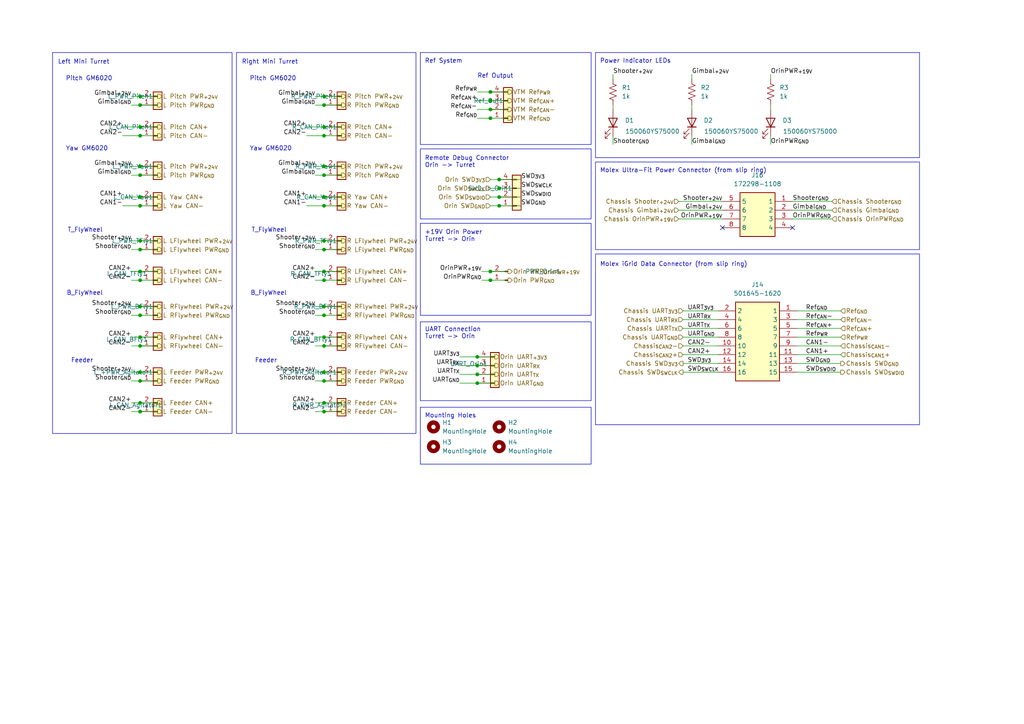
<source format=kicad_sch>
(kicad_sch (version 20250114) (generator "eeschema") (generator_version "9.0")
  (paper "A4")
  (lib_symbols
    (symbol "Connector:Conn_01x02_Pin" (pin_names (offset 1.016) (hide yes))
      (property "Reference" "J" (at 0 2.54 0))
      (property "Value" "Conn_01x02_Pin" (at 0 -5.08 0))
      (symbol "Conn_01x02_Pin_1_1"
        (rectangle (start 0.8636 0.127) (end 0 -0.127) (stroke (width 0.1524)) (fill (type outline)))
        (rectangle (start 0.8636 -2.413) (end 0 -2.667) (stroke (width 0.1524)) (fill (type outline)))
        (polyline (pts (xy 1.27 0) (xy 0.8636 0)) (stroke (width 0.1524)))
        (polyline (pts (xy 1.27 -2.54) (xy 0.8636 -2.54)) (stroke (width 0.1524)))
        (pin passive line (at 5.08 0 180) (length 3.81) (name "Pin_1") (number "1"))
        (pin passive line (at 5.08 -2.54 180) (length 3.81) (name "Pin_2") (number "2"))
      )
    )
    (symbol "Connector_Generic:Conn_01x02" (pin_names (offset 1.016) (hide yes))
      (property "Reference" "J" (at 0 2.54 0))
      (property "Value" "Conn_01x02" (at 0 -5.08 0))
      (symbol "Conn_01x02_1_1"
        (rectangle (start -1.27 1.27) (end 1.27 -3.81) (stroke (width 0.254)) (fill (type background)))
        (rectangle (start -1.27 0.127) (end 0 -0.127) (stroke (width 0.1524)))
        (rectangle (start -1.27 -2.413) (end 0 -2.667) (stroke (width 0.1524)))
        (pin passive line (at -5.08 0 0) (length 3.81) (name "Pin_1") (number "1"))
        (pin passive line (at -5.08 -2.54 0) (length 3.81) (name "Pin_2") (number "2"))
      )
    )
    (symbol "Connector_Generic:Conn_01x04" (pin_names (offset 1.016) (hide yes))
      (property "Reference" "J" (at 0 5.08 0))
      (property "Value" "Conn_01x04" (at 0 -7.62 0))
      (symbol "Conn_01x04_1_1"
        (rectangle (start -1.27 3.81) (end 1.27 -6.35) (stroke (width 0.254)) (fill (type background)))
        (rectangle (start -1.27 2.667) (end 0 2.413) (stroke (width 0.1524)))
        (rectangle (start -1.27 0.127) (end 0 -0.127) (stroke (width 0.1524)))
        (rectangle (start -1.27 -2.413) (end 0 -2.667) (stroke (width 0.1524)))
        (rectangle (start -1.27 -4.953) (end 0 -5.207) (stroke (width 0.1524)))
        (pin passive line (at -5.08 2.54 0) (length 3.81) (name "Pin_1") (number "1"))
        (pin passive line (at -5.08 0 0) (length 3.81) (name "Pin_2") (number "2"))
        (pin passive line (at -5.08 -2.54 0) (length 3.81) (name "Pin_3") (number "3"))
        (pin passive line (at -5.08 -5.08 0) (length 3.81) (name "Pin_4") (number "4"))
      )
    )
    (symbol "Device:LED" (pin_numbers (hide yes)) (pin_names (offset 1.016) (hide yes))
      (property "Reference" "D" (at 0 2.54 0))
      (property "Value" "LED" (at 0 -2.54 0))
      (symbol "LED_0_1"
        (polyline (pts (xy -3.048 -0.762) (xy -4.572 -2.286) (xy -3.81 -2.286) (xy -4.572 -2.286) (xy -4.572 -1.524)))
        (polyline (pts (xy -1.778 -0.762) (xy -3.302 -2.286) (xy -2.54 -2.286) (xy -3.302 -2.286) (xy -3.302 -1.524)))
        (polyline (pts (xy -1.27 0) (xy 1.27 0)))
        (polyline (pts (xy -1.27 -1.27) (xy -1.27 1.27)) (stroke (width 0.254)))
        (polyline (pts (xy 1.27 -1.27) (xy 1.27 1.27) (xy -1.27 0) (xy 1.27 -1.27)) (stroke (width 0.254)))
      )
      (symbol "LED_1_1"
        (pin passive line (at -3.81 0 0) (length 2.54) (name "K") (number "1"))
        (pin passive line (at 3.81 0 180) (length 2.54) (name "A") (number "2"))
      )
    )
    (symbol "Device:R_US" (pin_numbers (hide yes)) (pin_names (offset 0))
      (property "Reference" "R" (at 2.54 0 90))
      (property "Value" "R_US" (at -2.54 0 90))
      (symbol "R_US_0_1"
        (polyline (pts (xy 0 2.286) (xy 0 2.54)))
        (polyline (pts (xy 0 2.286) (xy 1.016 1.905) (xy 0 1.524) (xy -1.016 1.143) (xy 0 0.762)))
        (polyline (pts (xy 0 0.762) (xy 1.016 0.381) (xy 0 0) (xy -1.016 -0.381) (xy 0 -0.762)))
        (polyline (pts (xy 0 -0.762) (xy 1.016 -1.143) (xy 0 -1.524) (xy -1.016 -1.905) (xy 0 -2.286)))
        (polyline (pts (xy 0 -2.286) (xy 0 -2.54)))
      )
      (symbol "R_US_1_1"
        (pin passive line (at 0 3.81 270) (length 1.27) (name "~") (number "1"))
        (pin passive line (at 0 -3.81 90) (length 1.27) (name "~") (number "2"))
      )
    )
    (symbol "Mechanical:MountingHole" (pin_names (offset 1.016))
      (property "Reference" "H" (at 0 5.08 0))
      (property "Value" "MountingHole" (at 0 3.175 0))
      (symbol "MountingHole_0_1"
        (circle (center 0 0) (radius 1.27) (stroke (width 1.27)))
      )
    )
    (symbol "Robomaster_Library:172298-1108"
      (property "Reference" "J" (at 16.51 7.62 0))
      (property "Value" "172298-1108" (at 16.51 5.08 0))
      (symbol "172298-1108_1_1"
        (rectangle (start 5.08 2.54) (end 15.24 -10.16) (stroke (width 0.254)) (fill (type background)))
        (pin passive line (at 0 0 0) (length 5.08) (name "5") (number "5"))
        (pin passive line (at 0 -2.54 0) (length 5.08) (name "6") (number "6"))
        (pin passive line (at 0 -5.08 0) (length 5.08) (name "7") (number "7"))
        (pin passive line (at 0 -7.62 0) (length 5.08) (name "8") (number "8"))
        (pin passive line (at 20.32 0 180) (length 5.08) (name "1") (number "1"))
        (pin passive line (at 20.32 -2.54 180) (length 5.08) (name "2") (number "2"))
        (pin passive line (at 20.32 -5.08 180) (length 5.08) (name "3") (number "3"))
        (pin passive line (at 20.32 -7.62 180) (length 5.08) (name "4") (number "4"))
      )
    )
    (symbol "Robomaster_Library:501645-1620"
      (property "Reference" "J" (at 19.05 7.62 0))
      (property "Value" "501645-1620" (at 19.05 5.08 0))
      (symbol "501645-1620_1_1"
        (rectangle (start 5.08 2.54) (end 17.78 -20.32) (stroke (width 0.254)) (fill (type background)))
        (pin passive line (at 0 0 0) (length 5.08) (name "2") (number "2"))
        (pin passive line (at 0 -2.54 0) (length 5.08) (name "4") (number "4"))
        (pin passive line (at 0 -5.08 0) (length 5.08) (name "6") (number "6"))
        (pin passive line (at 0 -7.62 0) (length 5.08) (name "8") (number "8"))
        (pin passive line (at 0 -10.16 0) (length 5.08) (name "10") (number "10"))
        (pin passive line (at 0 -12.7 0) (length 5.08) (name "12") (number "12"))
        (pin passive line (at 0 -15.24 0) (length 5.08) (name "14") (number "14"))
        (pin passive line (at 0 -17.78 0) (length 5.08) (name "16") (number "16"))
        (pin passive line (at 22.86 0 180) (length 5.08) (name "1") (number "1"))
        (pin passive line (at 22.86 -2.54 180) (length 5.08) (name "3") (number "3"))
        (pin passive line (at 22.86 -5.08 180) (length 5.08) (name "5") (number "5"))
        (pin passive line (at 22.86 -7.62 180) (length 5.08) (name "7") (number "7"))
        (pin passive line (at 22.86 -10.16 180) (length 5.08) (name "9") (number "9"))
        (pin passive line (at 22.86 -12.7 180) (length 5.08) (name "11") (number "11"))
        (pin passive line (at 22.86 -15.24 180) (length 5.08) (name "13") (number "13"))
        (pin passive line (at 22.86 -17.78 180) (length 5.08) (name "15") (number "15"))
      )
    )
  )
  (rectangle (start 68.58 15.24) (end 120.65 125.73))
  (rectangle (start 121.92 64.77) (end 171.45 91.44))
  (rectangle (start 172.72 46.99) (end 266.7 72.39) (stroke (width 0) (color 0 0 194 1)))
  (rectangle (start 121.92 15.24) (end 171.45 41.91))
  (rectangle (start 172.72 15.24) (end 266.7 45.72))
  (rectangle (start 172.72 73.66) (end 266.7 123.19))
  (rectangle (start 121.92 93.345) (end 171.45 116.205))
  (rectangle (start 15.24 15.24) (end 67.31 125.73))
  (rectangle (start 121.92 118.11) (end 171.45 134.62))
  (rectangle (start 121.92 43.18) (end 171.45 63.5))
  (text "Molex iGrid Data Connector (from slip ring)" (at 173.99 77.47 0) (effects (font (size 1.27 1.27)) (justify left bottom)))
  (text "Ref System" (at 123.19 17.78 0) (effects (font (size 1.27 1.27)) (justify left)))
  (text "Yaw GM6020" (at 72.39 43.18 0) (effects (font (size 1.27 1.27)) (justify left)))
  (text "Left Mini Turret" (at 16.764 18.034 0) (effects (font (size 1.27 1.27)) (justify left)))
  (text "Ref Output\n" (at 138.43 22.86 0) (effects (font (size 1.27 1.27)) (justify left bottom)))
  (text "Power Indicator LEDs" (at 173.99 17.78 0) (effects (font (size 1.27 1.27)) (justify left)))
  (text "T_FlyWheel" (at 19.558 66.802 0) (effects (font (size 1.27 1.27)) (justify left)))
  (text "B_FlyWheel" (at 19.304 85.09 0) (effects (font (size 1.27 1.27)) (justify left)))
  (text "Molex Ultra-Fit Power Connector (from slip ring)" (at 173.99 49.53 0) (effects (font (size 1.27 1.27)) (justify left)))
  (text "Yaw GM6020" (at 19.05 43.18 0) (effects (font (size 1.27 1.27)) (justify left)))
  (text "Feeder" (at 73.914 104.648 0) (effects (font (size 1.27 1.27)) (justify left)))
  (text "UART Connection\nTurret -> Orin" (at 123.19 98.425 0) (effects (font (size 1.27 1.27)) (justify left bottom)))
  (text "T_FlyWheel" (at 72.898 66.802 0) (effects (font (size 1.27 1.27)) (justify left)))
  (text "Pitch GM6020" (at 19.05 22.86 0) (effects (font (size 1.27 1.27)) (justify left)))
  (text "+19V Orin Power\nTurret -> Orin" (at 123.19 70.231 0) (effects (font (size 1.27 1.27)) (justify left bottom)))
  (text "Pitch GM6020" (at 72.39 22.86 0) (effects (font (size 1.27 1.27)) (justify left)))
  (text "Remote Debug Connector\nOrin -> Turret" (at 123.19 46.99 0) (effects (font (size 1.27 1.27)) (justify left)))
  (text "Feeder" (at 20.574 104.648 0) (effects (font (size 1.27 1.27)) (justify left)))
  (text "B_FlyWheel" (at 72.644 85.09 0) (effects (font (size 1.27 1.27)) (justify left)))
  (text "Mounting Holes" (at 123.19 120.65 0) (effects (font (size 1.27 1.27)) (justify left)))
  (text "Right Mini Turret" (at 70.104 18.034 0) (effects (font (size 1.27 1.27)) (justify left)))
  (junction (at 93.98 81.28))
  (junction (at 40.64 119.38))
  (junction (at 93.98 100.33))
  (junction (at 40.64 30.48))
  (junction (at 40.64 97.79))
  (junction (at 40.64 72.39))
  (junction (at 40.64 107.95))
  (junction (at 93.98 107.95))
  (junction (at 93.98 88.9))
  (junction (at 138.43 111.125))
  (junction (at 142.24 34.29))
  (junction (at 142.24 29.21))
  (junction (at 93.98 97.79))
  (junction (at 93.98 57.15))
  (junction (at 40.64 36.83))
  (junction (at 93.98 30.48))
  (junction (at 142.24 78.74))
  (junction (at 40.64 88.9))
  (junction (at 144.78 57.15))
  (junction (at 93.98 110.49))
  (junction (at 40.64 48.26))
  (junction (at 138.43 103.505))
  (junction (at 142.24 81.28))
  (junction (at 93.98 36.83))
  (junction (at 40.64 110.49))
  (junction (at 93.98 72.39))
  (junction (at 40.64 50.8))
  (junction (at 93.98 48.26))
  (junction (at 40.64 81.28))
  (junction (at 40.64 91.44))
  (junction (at 93.98 39.37))
  (junction (at 40.64 100.33))
  (junction (at 142.24 26.67))
  (junction (at 40.64 116.84))
  (junction (at 40.64 59.69))
  (junction (at 138.43 108.585))
  (junction (at 40.64 27.94))
  (junction (at 93.98 27.94))
  (junction (at 142.24 31.75))
  (junction (at 40.64 57.15))
  (junction (at 93.98 119.38))
  (junction (at 93.98 50.8))
  (junction (at 40.64 39.37))
  (junction (at 93.98 59.69))
  (junction (at 93.98 78.74))
  (junction (at 138.43 106.045))
  (junction (at 40.64 69.85))
  (junction (at 93.98 91.44))
  (junction (at 40.64 78.74))
  (junction (at 144.78 54.61))
  (junction (at 93.98 116.84))
  (junction (at 93.98 69.85))
  (junction (at 144.78 52.07))
  (junction (at 144.78 59.69))
  (no_connect (at 229.87 66.04))
  (no_connect (at 209.55 66.04))
  (wire (pts (xy 38.1 97.79) (xy 40.64 97.79)))
  (wire (pts (xy 93.98 116.84) (xy 99.06 116.84)))
  (wire (pts (xy 147.32 26.67) (xy 142.24 26.67)))
  (wire (pts (xy 91.44 30.48) (xy 93.98 30.48)))
  (wire (pts (xy 133.35 108.585) (xy 138.43 108.585)))
  (wire (pts (xy 93.98 78.74) (xy 99.06 78.74)))
  (wire (pts (xy 142.24 34.29) (xy 138.43 34.29)))
  (wire (pts (xy 144.78 52.07) (xy 142.24 52.07)))
  (wire (pts (xy 93.98 69.85) (xy 99.06 69.85)))
  (wire (pts (xy 93.98 59.69) (xy 99.06 59.69)))
  (wire (pts (xy 91.44 81.28) (xy 93.98 81.28)))
  (wire (pts (xy 198.12 102.87) (xy 208.28 102.87)))
  (wire (pts (xy 38.1 91.44) (xy 40.64 91.44)))
  (wire (pts (xy 142.24 31.75) (xy 138.43 31.75)))
  (wire (pts (xy 93.98 57.15) (xy 99.06 57.15)))
  (wire (pts (xy 200.66 21.59) (xy 200.66 22.86)))
  (wire (pts (xy 200.66 30.48) (xy 200.66 31.75)))
  (wire (pts (xy 88.9 59.69) (xy 93.98 59.69)))
  (wire (pts (xy 198.12 100.33) (xy 208.28 100.33)))
  (wire (pts (xy 144.78 54.61) (xy 142.24 54.61)))
  (wire (pts (xy 198.12 95.25) (xy 208.28 95.25)))
  (wire (pts (xy 243.84 92.71) (xy 231.14 92.71)))
  (wire (pts (xy 88.9 39.37) (xy 93.98 39.37)))
  (wire (pts (xy 241.3 58.42) (xy 229.87 58.42)))
  (wire (pts (xy 38.1 72.39) (xy 40.64 72.39)))
  (wire (pts (xy 144.78 59.69) (xy 151.13 59.69)))
  (wire (pts (xy 38.1 27.94) (xy 40.64 27.94)))
  (wire (pts (xy 38.1 110.49) (xy 40.64 110.49)))
  (wire (pts (xy 38.1 107.95) (xy 40.64 107.95)))
  (wire (pts (xy 38.1 30.48) (xy 40.64 30.48)))
  (wire (pts (xy 91.44 50.8) (xy 93.98 50.8)))
  (wire (pts (xy 198.12 107.95) (xy 208.28 107.95)))
  (wire (pts (xy 91.44 97.79) (xy 93.98 97.79)))
  (wire (pts (xy 40.64 59.69) (xy 45.72 59.69)))
  (wire (pts (xy 198.12 92.71) (xy 208.28 92.71)))
  (wire (pts (xy 229.87 63.5) (xy 241.3 63.5)))
  (wire (pts (xy 196.85 63.5) (xy 209.55 63.5)))
  (wire (pts (xy 40.64 50.8) (xy 45.72 50.8)))
  (wire (pts (xy 91.44 48.26) (xy 93.98 48.26)))
  (wire (pts (xy 133.35 111.125) (xy 138.43 111.125)))
  (wire (pts (xy 40.64 30.48) (xy 45.72 30.48)))
  (wire (pts (xy 93.98 107.95) (xy 99.06 107.95)))
  (wire (pts (xy 133.35 103.505) (xy 138.43 103.505)))
  (wire (pts (xy 243.84 102.87) (xy 231.14 102.87)))
  (wire (pts (xy 38.1 69.85) (xy 40.64 69.85)))
  (wire (pts (xy 93.98 27.94) (xy 99.06 27.94)))
  (wire (pts (xy 93.98 81.28) (xy 99.06 81.28)))
  (wire (pts (xy 200.66 39.37) (xy 200.66 41.91)))
  (wire (pts (xy 91.44 100.33) (xy 93.98 100.33)))
  (wire (pts (xy 93.98 39.37) (xy 99.06 39.37)))
  (wire (pts (xy 38.1 50.8) (xy 40.64 50.8)))
  (wire (pts (xy 40.64 97.79) (xy 45.72 97.79)))
  (wire (pts (xy 138.43 103.505) (xy 143.51 103.505)))
  (wire (pts (xy 40.64 91.44) (xy 45.72 91.44)))
  (wire (pts (xy 88.9 57.15) (xy 93.98 57.15)))
  (wire (pts (xy 142.24 26.67) (xy 138.43 26.67)))
  (wire (pts (xy 35.56 57.15) (xy 40.64 57.15)))
  (wire (pts (xy 198.12 90.17) (xy 208.28 90.17)))
  (wire (pts (xy 40.64 39.37) (xy 45.72 39.37)))
  (wire (pts (xy 35.56 36.83) (xy 40.64 36.83)))
  (wire (pts (xy 91.44 78.74) (xy 93.98 78.74)))
  (wire (pts (xy 147.32 34.29) (xy 142.24 34.29)))
  (wire (pts (xy 196.85 60.96) (xy 209.55 60.96)))
  (wire (pts (xy 144.78 52.07) (xy 151.13 52.07)))
  (wire (pts (xy 93.98 50.8) (xy 99.06 50.8)))
  (wire (pts (xy 91.44 110.49) (xy 93.98 110.49)))
  (wire (pts (xy 223.52 30.48) (xy 223.52 31.75)))
  (wire (pts (xy 93.98 72.39) (xy 99.06 72.39)))
  (wire (pts (xy 91.44 72.39) (xy 93.98 72.39)))
  (wire (pts (xy 35.56 59.69) (xy 40.64 59.69)))
  (wire (pts (xy 40.64 110.49) (xy 45.72 110.49)))
  (wire (pts (xy 243.84 90.17) (xy 231.14 90.17)))
  (wire (pts (xy 40.64 27.94) (xy 45.72 27.94)))
  (wire (pts (xy 38.1 116.84) (xy 40.64 116.84)))
  (wire (pts (xy 177.8 39.37) (xy 177.8 41.91)))
  (wire (pts (xy 40.64 72.39) (xy 45.72 72.39)))
  (wire (pts (xy 93.98 88.9) (xy 99.06 88.9)))
  (wire (pts (xy 133.35 106.045) (xy 138.43 106.045)))
  (wire (pts (xy 88.9 36.83) (xy 93.98 36.83)))
  (wire (pts (xy 93.98 30.48) (xy 99.06 30.48)))
  (wire (pts (xy 243.84 100.33) (xy 231.14 100.33)))
  (wire (pts (xy 40.64 88.9) (xy 45.72 88.9)))
  (wire (pts (xy 198.12 97.79) (xy 208.28 97.79)))
  (wire (pts (xy 40.64 36.83) (xy 45.72 36.83)))
  (wire (pts (xy 177.8 21.59) (xy 177.8 22.86)))
  (wire (pts (xy 38.1 81.28) (xy 40.64 81.28)))
  (wire (pts (xy 38.1 100.33) (xy 40.64 100.33)))
  (wire (pts (xy 241.3 60.96) (xy 229.87 60.96)))
  (wire (pts (xy 177.8 30.48) (xy 177.8 31.75)))
  (wire (pts (xy 91.44 119.38) (xy 93.98 119.38)))
  (wire (pts (xy 142.24 78.74) (xy 147.32 78.74)))
  (wire (pts (xy 93.98 110.49) (xy 99.06 110.49)))
  (wire (pts (xy 93.98 48.26) (xy 99.06 48.26)))
  (wire (pts (xy 38.1 88.9) (xy 40.64 88.9)))
  (wire (pts (xy 40.64 119.38) (xy 45.72 119.38)))
  (wire (pts (xy 138.43 111.125) (xy 143.51 111.125)))
  (wire (pts (xy 91.44 69.85) (xy 93.98 69.85)))
  (wire (pts (xy 139.7 78.74) (xy 142.24 78.74)))
  (wire (pts (xy 142.24 57.15) (xy 144.78 57.15)))
  (wire (pts (xy 93.98 100.33) (xy 99.06 100.33)))
  (wire (pts (xy 243.84 105.41) (xy 231.14 105.41)))
  (wire (pts (xy 147.32 31.75) (xy 142.24 31.75)))
  (wire (pts (xy 91.44 91.44) (xy 93.98 91.44)))
  (wire (pts (xy 38.1 78.74) (xy 40.64 78.74)))
  (wire (pts (xy 40.64 116.84) (xy 45.72 116.84)))
  (wire (pts (xy 243.84 97.79) (xy 231.14 97.79)))
  (wire (pts (xy 40.64 48.26) (xy 45.72 48.26)))
  (wire (pts (xy 40.64 100.33) (xy 45.72 100.33)))
  (wire (pts (xy 40.64 69.85) (xy 45.72 69.85)))
  (wire (pts (xy 91.44 107.95) (xy 93.98 107.95)))
  (wire (pts (xy 40.64 78.74) (xy 45.72 78.74)))
  (wire (pts (xy 40.64 107.95) (xy 45.72 107.95)))
  (wire (pts (xy 91.44 27.94) (xy 93.98 27.94)))
  (wire (pts (xy 35.56 39.37) (xy 40.64 39.37)))
  (wire (pts (xy 138.43 108.585) (xy 143.51 108.585)))
  (wire (pts (xy 142.24 59.69) (xy 144.78 59.69)))
  (wire (pts (xy 144.78 54.61) (xy 151.13 54.61)))
  (wire (pts (xy 93.98 91.44) (xy 99.06 91.44)))
  (wire (pts (xy 139.7 81.28) (xy 142.24 81.28)))
  (wire (pts (xy 198.12 105.41) (xy 208.28 105.41)))
  (wire (pts (xy 40.64 81.28) (xy 45.72 81.28)))
  (wire (pts (xy 223.52 21.59) (xy 223.52 22.86)))
  (wire (pts (xy 138.43 106.045) (xy 143.51 106.045)))
  (wire (pts (xy 93.98 119.38) (xy 99.06 119.38)))
  (wire (pts (xy 142.24 29.21) (xy 147.32 29.21)))
  (wire (pts (xy 93.98 36.83) (xy 99.06 36.83)))
  (wire (pts (xy 38.1 119.38) (xy 40.64 119.38)))
  (wire (pts (xy 144.78 57.15) (xy 151.13 57.15)))
  (wire (pts (xy 243.84 95.25) (xy 231.14 95.25)))
  (wire (pts (xy 142.24 81.28) (xy 147.32 81.28)))
  (wire (pts (xy 38.1 48.26) (xy 40.64 48.26)))
  (wire (pts (xy 93.98 97.79) (xy 99.06 97.79)))
  (wire (pts (xy 196.85 58.42) (xy 209.55 58.42)))
  (wire (pts (xy 223.52 39.37) (xy 223.52 41.91)))
  (wire (pts (xy 91.44 88.9) (xy 93.98 88.9)))
  (wire (pts (xy 91.44 116.84) (xy 93.98 116.84)))
  (wire (pts (xy 40.64 57.15) (xy 45.72 57.15)))
  (wire (pts (xy 243.84 107.95) (xy 231.14 107.95)))
  (wire (pts (xy 138.43 29.21) (xy 142.24 29.21)))
  (label "Shooter_{+24V}" (at 91.44 69.85 180))
  (label "SWD_{GND}" (at 233.68 105.41 0))
  (label "SWD_{SWDIO}" (at 151.13 57.15 0))
  (label "SWD_{3V3}" (at 199.39 105.41 0))
  (label "Gimbal_{GND}" (at 38.1 30.48 180))
  (label "Ref_{GND}" (at 138.43 34.29 180))
  (label "Gimbal_{GND}" (at 91.44 50.8 180))
  (label "CAN2+" (at 38.1 97.79 180))
  (label "Ref_{CAN}-" (at 138.43 31.75 180))
  (label "Ref_{PWR}" (at 138.43 26.67 180))
  (label "Shooter_{+24V}" (at 38.1 107.95 180))
  (label "Shooter_{GND}" (at 91.44 72.39 180))
  (label "OrinPWR_{GND}" (at 139.7 81.28 180))
  (label "Gimbal_{+24V}" (at 209.55 60.96 180))
  (label "UART_{RX}" (at 133.35 106.045 180))
  (label "UART_{3V3}" (at 199.39 90.17 0))
  (label "OrinPWR_{+19V}" (at 209.55 63.5 180))
  (label "Shooter_{+24V}" (at 38.1 88.9 180))
  (label "Gimbal_{GND}" (at 200.66 41.91 0))
  (label "CAN1-" (at 88.9 59.69 180))
  (label "CAN2+" (at 91.44 78.74 180))
  (label "OrinPWR_{+19V}" (at 223.52 21.59 0))
  (label "CAN2-" (at 38.1 100.33 180))
  (label "Shooter_{GND}" (at 177.8 41.91 0))
  (label "CAN2-" (at 38.1 81.28 180))
  (label "CAN2-" (at 35.56 39.37 180))
  (label "CAN2+" (at 38.1 78.74 180))
  (label "CAN2+" (at 199.39 102.87 0))
  (label "Shooter_{GND}" (at 229.87 58.42 0))
  (label "SWD_{SWCLK}" (at 151.13 54.61 0))
  (label "CAN2+" (at 35.56 36.83 180))
  (label "Ref_{PWR}" (at 233.68 97.79 0))
  (label "Ref_{GND}" (at 233.68 90.17 0))
  (label "Gimbal_{GND}" (at 38.1 50.8 180))
  (label "Shooter_{GND}" (at 38.1 72.39 180))
  (label "Shooter_{+24V}" (at 91.44 107.95 180))
  (label "Shooter_{+24V}" (at 177.8 21.59 0))
  (label "Shooter_{GND}" (at 91.44 91.44 180))
  (label "SWD_{GND}" (at 151.13 59.69 0))
  (label "CAN2-" (at 88.9 39.37 180))
  (label "CAN2-" (at 91.44 81.28 180))
  (label "CAN2-" (at 38.1 119.38 180))
  (label "Gimbal_{+24V}" (at 38.1 48.26 180))
  (label "UART_{RX}" (at 199.39 92.71 0))
  (label "SWD_{3V3}" (at 151.13 52.07 0))
  (label "Shooter_{GND}" (at 38.1 110.49 180))
  (label "CAN2+" (at 91.44 97.79 180))
  (label "CAN2+" (at 88.9 36.83 180))
  (label "CAN1+" (at 35.56 57.15 180))
  (label "UART_{GND}" (at 133.35 111.125 180))
  (label "CAN2-" (at 91.44 100.33 180))
  (label "SWD_{SWCLK}" (at 199.39 107.95 0))
  (label "Ref_{CAN}-" (at 233.68 92.71 0))
  (label "CAN2-" (at 199.39 100.33 0))
  (label "CAN1+" (at 88.9 57.15 180))
  (label "CAN1-" (at 35.56 59.69 180))
  (label "UART_{TX}" (at 199.39 95.25 0))
  (label "Gimbal_{GND}" (at 91.44 30.48 180))
  (label "UART_{TX}" (at 133.35 108.585 180))
  (label "CAN1-" (at 233.68 100.33 0))
  (label "OrinPWR_{GND}" (at 229.87 63.5 0))
  (label "Gimbal_{GND}" (at 229.87 60.96 0))
  (label "Gimbal_{+24V}" (at 38.1 27.94 180))
  (label "Shooter_{GND}" (at 91.44 110.49 180))
  (label "Shooter_{GND}" (at 38.1 91.44 180))
  (label "CAN2-" (at 91.44 119.38 180))
  (label "SWD_{SWDIO}" (at 233.68 107.95 0))
  (label "Gimbal_{+24V}" (at 200.66 21.59 0))
  (label "OrinPWR_{+19V}" (at 139.7 78.74 180))
  (label "Gimbal_{+24V}" (at 91.44 48.26 180))
  (label "Ref_{CAN}+" (at 233.68 95.25 0))
  (label "OrinPWR_{GND}" (at 223.52 41.91 0))
  (label "UART_{3V3}" (at 133.35 103.505 180))
  (label "Shooter_{+24V}" (at 38.1 69.85 180))
  (label "UART_{GND}" (at 199.39 97.79 0))
  (label "Shooter_{+24V}" (at 91.44 88.9 180))
  (label "Gimbal_{+24V}" (at 91.44 27.94 180))
  (label "CAN2+" (at 38.1 116.84 180))
  (label "CAN2+" (at 91.44 116.84 180))
  (label "CAN1+" (at 233.68 102.87 0))
  (label "Ref_{CAN}+" (at 138.43 29.21 180))
  (label "Shooter_{+24V}" (at 209.55 58.42 180))
  (hierarchical_label "R Pitch PWR_{GND}" (shape output) (at 99.06 30.48 0))
  (hierarchical_label "L Pitch CAN-" (shape output) (at 45.72 39.37 0))
  (hierarchical_label "Chassis SWD_{SWDIO}" (shape output) (at 243.84 107.95 0))
  (hierarchical_label "L LFlywheel CAN+" (shape output) (at 45.72 78.74 0))
  (hierarchical_label "L Feeder PWR_{GND}" (shape output) (at 45.72 110.49 0))
  (hierarchical_label "VTM Ref_{GND}" (shape output) (at 147.32 34.29 0))
  (hierarchical_label "L LFlywheel PWR_{+24V}" (shape output) (at 45.72 69.85 0))
  (hierarchical_label "L LFlywheel PWR_{GND}" (shape output) (at 45.72 72.39 0))
  (hierarchical_label "Orin PWR_{GND}" (shape output) (at 147.32 81.28 0))
  (hierarchical_label "R LFlywheel PWR_{GND}" (shape output) (at 99.06 72.39 0))
  (hierarchical_label "L Feeder CAN+" (shape output) (at 45.72 116.84 0))
  (hierarchical_label "Chassis UART_{TX}" (shape input) (at 198.12 95.25 180))
  (hierarchical_label "R Yaw CAN-" (shape output) (at 99.06 59.69 0))
  (hierarchical_label "Chassis_{CAN2}-" (shape input) (at 198.12 100.33 180))
  (hierarchical_label "R RFlywheel PWR_{+24V}" (shape output) (at 99.06 88.9 0))
  (hierarchical_label "Orin UART_{+3V3}" (shape output) (at 143.51 103.505 0))
  (hierarchical_label "R RFlywheel PWR_{GND}" (shape output) (at 99.06 91.44 0))
  (hierarchical_label "R Pitch PWR_{+24V}" (shape output) (at 99.06 48.26 0))
  (hierarchical_label "Orin SWD_{SWDIO}" (shape input) (at 142.24 57.15 180))
  (hierarchical_label "Orin SWD_{SWCLK}" (shape input) (at 142.24 54.61 180))
  (hierarchical_label "R Feeder PWR_{+24V}" (shape output) (at 99.06 107.95 0))
  (hierarchical_label "R LFlywheel CAN+" (shape output) (at 99.06 78.74 0))
  (hierarchical_label "L Yaw CAN+" (shape output) (at 45.72 57.15 0))
  (hierarchical_label "R Feeder CAN-" (shape output) (at 99.06 119.38 0))
  (hierarchical_label "Chassis Gimbal_{GND}" (shape input) (at 241.3 60.96 0))
  (hierarchical_label "Chassis UART_{3V3}" (shape input) (at 198.12 90.17 180))
  (hierarchical_label "Ref_{GND}" (shape input) (at 243.84 90.17 0))
  (hierarchical_label "VTM Ref_{CAN}-" (shape output) (at 147.32 31.75 0))
  (hierarchical_label "R Pitch CAN+" (shape output) (at 99.06 36.83 0))
  (hierarchical_label "Chassis SWD_{3V3}" (shape output) (at 198.12 105.41 180))
  (hierarchical_label "Chassis SWD_{GND}" (shape output) (at 243.84 105.41 0))
  (hierarchical_label "Chassis OrinPWR_{GND}" (shape input) (at 241.3 63.5 0))
  (hierarchical_label "L Pitch PWR_{+24V}" (shape output) (at 45.72 48.26 0))
  (hierarchical_label "R Feeder CAN+" (shape output) (at 99.06 116.84 0))
  (hierarchical_label "Chassis Gimbal_{+24V}" (shape input) (at 196.85 60.96 180))
  (hierarchical_label "L Feeder CAN-" (shape output) (at 45.72 119.38 0))
  (hierarchical_label "Chassis Shooter_{+24V}" (shape input) (at 196.85 58.42 180))
  (hierarchical_label "L RFlywheel CAN+" (shape output) (at 45.72 97.79 0))
  (hierarchical_label "L LFlywheel CAN-" (shape output) (at 45.72 81.28 0))
  (hierarchical_label "L RFlywheel PWR_{+24V}" (shape output) (at 45.72 88.9 0))
  (hierarchical_label "R Pitch PWR_{+24V}" (shape output) (at 99.06 27.94 0))
  (hierarchical_label "VTM Ref_{CAN}+" (shape output) (at 147.32 29.21 0))
  (hierarchical_label "Orin UART_{RX}" (shape output) (at 143.51 106.045 0))
  (hierarchical_label "Chassis UART_{GND}" (shape input) (at 198.12 97.79 180))
  (hierarchical_label "Chassis UART_{RX}" (shape input) (at 198.12 92.71 180))
  (hierarchical_label "R RFlywheel CAN+" (shape output) (at 99.06 97.79 0))
  (hierarchical_label "R Yaw CAN+" (shape output) (at 99.06 57.15 0))
  (hierarchical_label "L RFlywheel PWR_{GND}" (shape output) (at 45.72 91.44 0))
  (hierarchical_label "Ref_{CAN}-" (shape input) (at 243.84 92.71 0))
  (hierarchical_label "Orin UART_{GND}" (shape output) (at 143.51 111.125 0))
  (hierarchical_label "Chassis SWD_{SWCLK}" (shape output) (at 198.12 107.95 180))
  (hierarchical_label "R LFlywheel CAN-" (shape output) (at 99.06 81.28 0))
  (hierarchical_label "L Pitch PWR_{GND}" (shape output) (at 45.72 50.8 0))
  (hierarchical_label "Chassis_{CAN1}+" (shape input) (at 243.84 102.87 0))
  (hierarchical_label "Orin PWR_{OrinPWR_{+19V}}" (shape output) (at 147.32 78.74 0))
  (hierarchical_label "Chassis Shooter_{GND}" (shape input) (at 241.3 58.42 0))
  (hierarchical_label "L RFlywheel CAN-" (shape output) (at 45.72 100.33 0))
  (hierarchical_label "Orin SWD_{GND}" (shape input) (at 142.24 59.69 180))
  (hierarchical_label "R LFlywheel PWR_{+24V}" (shape output) (at 99.06 69.85 0))
  (hierarchical_label "Ref_{PWR}" (shape input) (at 243.84 97.79 0))
  (hierarchical_label "L Pitch PWR_{GND}" (shape output) (at 45.72 30.48 0))
  (hierarchical_label "Chassis_{CAN1}-" (shape input) (at 243.84 100.33 0))
  (hierarchical_label "Chassis OrinPWR_{+19V}" (shape input) (at 196.85 63.5 180))
  (hierarchical_label "L Pitch CAN+" (shape output) (at 45.72 36.83 0))
  (hierarchical_label "R Pitch CAN-" (shape output) (at 99.06 39.37 0))
  (hierarchical_label "R Pitch PWR_{GND}" (shape output) (at 99.06 50.8 0))
  (hierarchical_label "VTM Ref_{PWR}" (shape output) (at 147.32 26.67 0))
  (hierarchical_label "R RFlywheel CAN-" (shape output) (at 99.06 100.33 0))
  (hierarchical_label "Orin UART_{TX}" (shape output) (at 143.51 108.585 0))
  (hierarchical_label "R Feeder PWR_{GND}" (shape output) (at 99.06 110.49 0))
  (hierarchical_label "Orin SWD_{3V3}" (shape input) (at 142.24 52.07 180))
  (hierarchical_label "Chassis_{CAN2}+" (shape input) (at 198.12 102.87 180))
  (hierarchical_label "L Pitch PWR_{+24V}" (shape output) (at 45.72 27.94 0))
  (hierarchical_label "L Feeder PWR_{+24V}" (shape output) (at 45.72 107.95 0))
  (hierarchical_label "Ref_{CAN}+" (shape input) (at 243.84 95.25 0))
  (hierarchical_label "L Yaw CAN-" (shape output) (at 45.72 59.69 0))
  (symbol (lib_id "Device:R_US") (at 177.8 26.67 0) (unit 1)
    (property "Reference" "R1" (at 180.34 25.3999 0) (effects (justify left)))
    (property "Value" "1k" (at 180.34 27.9399 0) (effects (justify left)))
    (property "Footprint" "Resistor_SMD:R_0603_1608Metric_Pad0.98x0.95mm_HandSolder" (effects (hide yes)))
    (property "Description" "Resistor, US symbol" (effects (hide yes)))
  )
  (symbol (lib_id "Connector_Generic:Conn_01x02") (at 99.06 100.33 0) (mirror x) (unit 1)
    (property "Reference" "R_CAN_BFly1" (at 90.17 98.425 0))
    (property "Value" "Conn_01x02_Pin" (effects (hide yes)))
    (property "Footprint" "Connector_JST:JST_GH_BM02B-GHS-TBT_1x02-1MP_P1.25mm_Vertical" (effects (hide yes)))
    (property "Description" "Generic connector, single row, 01x02, script generated (kicad-library-utils/schlib/autogen/connector/)" (effects (hide yes)))
    (property "Mouser Part Number" "JST 2 Pin" (effects (hide yes)))
  )
  (symbol (lib_id "Connector_Generic:Conn_01x02") (at 99.06 81.28 0) (mirror x) (unit 1)
    (property "Reference" "R_CAN_TFly1" (at 90.17 79.375 0))
    (property "Value" "Conn_01x02_Pin" (effects (hide yes)))
    (property "Footprint" "Connector_JST:JST_GH_BM02B-GHS-TBT_1x02-1MP_P1.25mm_Vertical" (effects (hide yes)))
    (property "Description" "Generic connector, single row, 01x02, script generated (kicad-library-utils/schlib/autogen/connector/)" (effects (hide yes)))
    (property "Mouser Part Number" "JST 2 Pin" (effects (hide yes)))
  )
  (symbol (lib_id "Mechanical:MountingHole") (at 125.73 129.54 0) (unit 1)
    (property "Reference" "H3" (at 128.27 128.2699 0) (effects (justify left)))
    (property "Value" "MountingHole" (at 128.27 130.8099 0) (effects (justify left)))
    (property "Footprint" "MountingHole:MountingHole_3.2mm_M3" (effects (hide yes)))
  )
  (symbol (lib_id "Device:LED") (at 177.8 35.56 270) (mirror x) (unit 1)
    (property "Reference" "D1" (at 182.5625 34.925 90))
    (property "Value" "150060YS75000" (at 189.23 38.1 90))
    (property "Footprint" "LED_SMD:LED_0603_1608Metric_Pad1.05x0.95mm_HandSolder" (effects (hide yes)))
    (property "Datasheet" "https://www.we-online.com/components/products/datasheet/150060YS75000.pdf" (effects (hide yes)))
    (property "Manufacturer_Part_Number" "150060YS75000" (effects (hide yes)))
    (property "Mouser Part Number" "710-150060YS75000" (effects (hide yes)))
  )
  (symbol (lib_id "Device:R_US") (at 200.66 26.67 0) (unit 1)
    (property "Reference" "R2" (at 203.2 25.3999 0) (effects (justify left)))
    (property "Value" "1k" (at 203.2 27.9399 0) (effects (justify left)))
    (property "Footprint" "Resistor_SMD:R_0603_1608Metric_Pad0.98x0.95mm_HandSolder" (effects (hide yes)))
    (property "Description" "Resistor, US symbol" (effects (hide yes)))
  )
  (symbol (lib_id "Robomaster_Library:172298-1108") (at 209.55 58.42 0) (unit 1)
    (property "Reference" "J16" (at 219.71 50.8 0))
    (property "Value" "172298-1108" (at 219.71 53.34 0))
    (property "Footprint" "172298-YY08" (effects (hide yes)))
    (property "Datasheet" "https://www.molex.com/pdm_docs/sd/1722981104_sd.pdf" (effects (hide yes)))
    (property "Description" "Ultra-Fit Vertical Header, 3.50mm Pitch, Dual Row, 8 Circuits, with Kinked Pins, Glow-Wire Capable" (effects (hide yes)))
    (property "Height" "14" (effects (hide yes)))
    (property "Mouser Part Number" "538-172298-1108" (effects (hide yes)))
    (property "Mouser Price/Stock" "https://www.mouser.co.uk/ProductDetail/Molex/172298-1108?qs=M4iqfhoVaNrCx%252BESVpjYnQ%3D%3D" (effects (hide yes)))
    (property "Manufacturer_Name" "Molex" (effects (hide yes)))
    (property "Manufacturer_Part_Number" "172298-1108" (effects (hide yes)))
  )
  (symbol (lib_id "Connector_Generic:Conn_01x02") (at 45.72 39.37 0) (mirror x) (unit 1)
    (property "Reference" "L_CAN_Pitch1" (at 44.45 36.8299 0) (effects (justify right)))
    (property "Value" "Conn_01x02_Pin" (effects (hide yes)))
    (property "Footprint" "Connector_JST:JST_GH_BM02B-GHS-TBT_1x02-1MP_P1.25mm_Vertical" (effects (hide yes)))
    (property "Description" "Generic connector, single row, 01x02, script generated (kicad-library-utils/schlib/autogen/connector/)" (effects (hide yes)))
    (property "Mouser Part Number" "JST 2 Pin" (effects (hide yes)))
  )
  (symbol (lib_id "Connector_Generic:Conn_01x02") (at 45.72 59.69 0) (mirror x) (unit 1)
    (property "Reference" "L_CAN_Yaw1" (at 44.45 57.1499 0) (effects (justify right)))
    (property "Value" "Conn_01x02_Pin" (effects (hide yes)))
    (property "Footprint" "Connector_JST:JST_GH_BM02B-GHS-TBT_1x02-1MP_P1.25mm_Vertical" (effects (hide yes)))
    (property "Description" "Generic connector, single row, 01x02, script generated (kicad-library-utils/schlib/autogen/connector/)" (effects (hide yes)))
    (property "Mouser Part Number" "JST 2 Pin" (effects (hide yes)))
  )
  (symbol (lib_id "Connector_Generic:Conn_01x02") (at 45.72 72.39 0) (mirror x) (unit 1)
    (property "Reference" "L_PWR_TFly1" (at 44.45 69.85 0) (effects (justify right)))
    (property "Value" "Conn_01x02_Pin" (effects (hide yes)))
    (property "Footprint" "Connector_AMASS:AMASS_XT30U-F_1x02_P5.0mm_Vertical" (effects (hide yes)))
    (property "Description" "Generic connector, single row, 01x02, script generated (kicad-library-utils/schlib/autogen/connector/)" (effects (hide yes)))
    (property "Mouser Part Number" "XT30" (effects (hide yes)))
  )
  (symbol (lib_id "Connector_Generic:Conn_01x02") (at 45.72 50.8 0) (mirror x) (unit 1)
    (property "Reference" "L_PWR_Yaw1" (at 44.45 48.2599 0) (effects (justify right)))
    (property "Value" "Conn_01x02_Pin" (effects (hide yes)))
    (property "Footprint" "Connector_AMASS:AMASS_XT30U-F_1x02_P5.0mm_Vertical" (effects (hide yes)))
    (property "Description" "Generic connector, single row, 01x02, script generated (kicad-library-utils/schlib/autogen/connector/)" (effects (hide yes)))
    (property "Mouser Part Number" "XT30" (effects (hide yes)))
  )
  (symbol (lib_id "Connector_Generic:Conn_01x04") (at 143.51 108.585 0) (mirror x) (unit 1)
    (property "Reference" "UART_Orin1" (at 141.478 105.537 0) (effects (justify right)))
    (property "Value" "Conn_01x04_Pin" (effects (hide yes)))
    (property "Footprint" "Connector_JST:JST_GH_BM04B-GHS-TBT_1x04-1MP_P1.25mm_Vertical" (effects (hide yes)))
    (property "Description" "Generic connector, single row, 01x04, script generated (kicad-library-utils/schlib/autogen/connector/)" (effects (hide yes)))
    (property "Mouser Part Number" "JST 4 Pin" (effects (hide yes)))
  )
  (symbol (lib_id "Connector_Generic:Conn_01x02") (at 99.06 110.49 0) (mirror x) (unit 1)
    (property "Reference" "R_PWR_Agitator1" (at 97.79 107.95 0) (effects (justify right)))
    (property "Value" "Conn_01x02_Pin" (effects (hide yes)))
    (property "Footprint" "Connector_AMASS:AMASS_XT30U-F_1x02_P5.0mm_Vertical" (effects (hide yes)))
    (property "Description" "Generic connector, single row, 01x02, script generated (kicad-library-utils/schlib/autogen/connector/)" (effects (hide yes)))
    (property "Mouser Part Number" "XT30" (effects (hide yes)))
  )
  (symbol (lib_id "Connector_Generic:Conn_01x04") (at 149.86 57.15 0) (mirror x) (unit 1)
    (property "Reference" "SWD_In_Orin1" (at 148.59 54.61 0) (effects (justify right)))
    (property "Value" "Conn_01x04_Pin" (effects (hide yes)))
    (property "Footprint" "Connector_JST:JST_GH_BM04B-GHS-TBT_1x04-1MP_P1.25mm_Vertical" (effects (hide yes)))
    (property "Description" "Generic connector, single row, 01x04, script generated (kicad-library-utils/schlib/autogen/connector/)" (effects (hide yes)))
    (property "Mouser Part Number" "JST 4 Pin" (effects (hide yes)))
  )
  (symbol (lib_id "Connector_Generic:Conn_01x02") (at 99.06 119.38 0) (mirror x) (unit 1)
    (property "Reference" "R_PWR_Agitator2" (at 92.71 117.475 0))
    (property "Value" "Conn_01x02_Pin" (effects (hide yes)))
    (property "Footprint" "Connector_JST:JST_GH_BM02B-GHS-TBT_1x02-1MP_P1.25mm_Vertical" (effects (hide yes)))
    (property "Description" "Generic connector, single row, 01x02, script generated (kicad-library-utils/schlib/autogen/connector/)" (effects (hide yes)))
    (property "Mouser Part Number" "JST 2 Pin" (effects (hide yes)))
  )
  (symbol (lib_id "Device:R_US") (at 223.52 26.67 0) (unit 1)
    (property "Reference" "R3" (at 226.06 25.3999 0) (effects (justify left)))
    (property "Value" "1k" (at 226.06 27.9399 0) (effects (justify left)))
    (property "Footprint" "Resistor_SMD:R_0603_1608Metric_Pad0.98x0.95mm_HandSolder" (effects (hide yes)))
    (property "Description" "Resistor, US symbol" (effects (hide yes)))
  )
  (symbol (lib_id "Connector_Generic:Conn_01x02") (at 99.06 91.44 0) (mirror x) (unit 1)
    (property "Reference" "R_PWR_BFly1" (at 97.79 88.9 0) (effects (justify right)))
    (property "Value" "Conn_01x02_Pin" (effects (hide yes)))
    (property "Footprint" "Connector_AMASS:AMASS_XT30U-F_1x02_P5.0mm_Vertical" (effects (hide yes)))
    (property "Description" "Generic connector, single row, 01x02, script generated (kicad-library-utils/schlib/autogen/connector/)" (effects (hide yes)))
    (property "Mouser Part Number" "XT30" (effects (hide yes)))
  )
  (symbol (lib_id "Connector_Generic:Conn_01x04") (at 147.32 31.75 0) (mirror x) (unit 1)
    (property "Reference" "Ref_Out1" (at 146.05 29.21 0) (effects (justify right)))
    (property "Value" "Conn_01x04_Pin" (effects (hide yes)))
    (property "Footprint" "Connector_JST:JST_GH_BM04B-GHS-TBT_1x04-1MP_P1.25mm_Vertical" (effects (hide yes)))
    (property "Description" "Generic connector, single row, 01x04, script generated (kicad-library-utils/schlib/autogen/connector/)" (effects (hide yes)))
    (property "Mouser Part Number" "JST 4 Pin" (effects (hide yes)))
  )
  (symbol (lib_id "Connector:Conn_01x02_Pin") (at 147.32 81.28 180) (unit 1)
    (property "Reference" "PWR_Orin1" (at 157.48 78.74 0))
    (property "Value" "Conn_01x02_Pin" (effects (hide yes)))
    (property "Footprint" "Connector_AMASS:AMASS_XT30U-F_1x02_P5.0mm_Vertical" (effects (hide yes)))
    (property "Mouser Part Number" "XT30" (effects (hide yes)))
  )
  (symbol (lib_id "Mechanical:MountingHole") (at 125.73 123.825 0) (unit 1)
    (property "Reference" "H1" (at 128.27 122.5549 0) (effects (justify left)))
    (property "Value" "MountingHole" (at 128.27 125.0949 0) (effects (justify left)))
    (property "Footprint" "MountingHole:MountingHole_3.2mm_M3" (effects (hide yes)))
  )
  (symbol (lib_id "Connector_Generic:Conn_01x02") (at 99.06 72.39 0) (mirror x) (unit 1)
    (property "Reference" "R_PWR_TFly1" (at 97.79 69.85 0) (effects (justify right)))
    (property "Value" "Conn_01x02_Pin" (effects (hide yes)))
    (property "Footprint" "Connector_AMASS:AMASS_XT30U-F_1x02_P5.0mm_Vertical" (effects (hide yes)))
    (property "Description" "Generic connector, single row, 01x02, script generated (kicad-library-utils/schlib/autogen/connector/)" (effects (hide yes)))
    (property "Mouser Part Number" "XT30" (effects (hide yes)))
  )
  (symbol (lib_id "Connector_Generic:Conn_01x02") (at 45.72 110.49 0) (mirror x) (unit 1)
    (property "Reference" "L_+PWR_Agitator1" (at 44.45 107.95 0) (effects (justify right)))
    (property "Value" "Conn_01x02_Pin" (effects (hide yes)))
    (property "Footprint" "Connector_AMASS:AMASS_XT30U-F_1x02_P5.0mm_Vertical" (effects (hide yes)))
    (property "Description" "Generic connector, single row, 01x02, script generated (kicad-library-utils/schlib/autogen/connector/)" (effects (hide yes)))
    (property "Mouser Part Number" "XT30" (effects (hide yes)))
  )
  (symbol (lib_id "Mechanical:MountingHole") (at 144.78 129.54 0) (unit 1)
    (property "Reference" "H4" (at 147.32 128.2699 0) (effects (justify left)))
    (property "Value" "MountingHole" (at 147.32 130.8099 0) (effects (justify left)))
    (property "Footprint" "MountingHole:MountingHole_3.2mm_M3" (effects (hide yes)))
  )
  (symbol (lib_id "Device:LED") (at 223.52 35.56 270) (mirror x) (unit 1)
    (property "Reference" "D3" (at 228.2825 34.925 90))
    (property "Value" "150060YS75000" (at 234.95 38.1 90))
    (property "Footprint" "LED_SMD:LED_0603_1608Metric_Pad1.05x0.95mm_HandSolder" (effects (hide yes)))
    (property "Datasheet" "https://www.we-online.com/components/products/datasheet/150060YS75000.pdf" (effects (hide yes)))
    (property "Manufacturer_Part_Number" "150060YS75000" (effects (hide yes)))
    (property "Mouser Part Number" "710-150060YS75000" (effects (hide yes)))
  )
  (symbol (lib_id "Connector_Generic:Conn_01x02") (at 45.72 30.48 0) (mirror x) (unit 1)
    (property "Reference" "L_PWR_Pitch1" (at 44.45 27.9399 0) (effects (justify right)))
    (property "Value" "Conn_01x02_Pin" (effects (hide yes)))
    (property "Footprint" "Connector_AMASS:AMASS_XT30U-F_1x02_P5.0mm_Vertical" (effects (hide yes)))
    (property "Description" "Generic connector, single row, 01x02, script generated (kicad-library-utils/schlib/autogen/connector/)" (effects (hide yes)))
    (property "Mouser Part Number" "XT30" (effects (hide yes)))
  )
  (symbol (lib_id "Device:LED") (at 200.66 35.56 270) (mirror x) (unit 1)
    (property "Reference" "D2" (at 205.4225 34.925 90))
    (property "Value" "150060YS75000" (at 212.09 38.1 90))
    (property "Footprint" "LED_SMD:LED_0603_1608Metric_Pad1.05x0.95mm_HandSolder" (effects (hide yes)))
    (property "Datasheet" "https://www.we-online.com/components/products/datasheet/150060YS75000.pdf" (effects (hide yes)))
    (property "Manufacturer_Part_Number" "150060YS75000" (effects (hide yes)))
    (property "Mouser Part Number" "710-150060YS75000" (effects (hide yes)))
  )
  (symbol (lib_id "Connector_Generic:Conn_01x02") (at 99.06 39.37 0) (mirror x) (unit 1)
    (property "Reference" "R_CAN_Pitch1" (at 97.79 36.8299 0) (effects (justify right)))
    (property "Value" "Conn_01x02_Pin" (effects (hide yes)))
    (property "Footprint" "Connector_JST:JST_GH_BM02B-GHS-TBT_1x02-1MP_P1.25mm_Vertical" (effects (hide yes)))
    (property "Description" "Generic connector, single row, 01x02, script generated (kicad-library-utils/schlib/autogen/connector/)" (effects (hide yes)))
    (property "Mouser Part Number" "JST 2 Pin" (effects (hide yes)))
  )
  (symbol (lib_id "Mechanical:MountingHole") (at 144.78 123.825 0) (unit 1)
    (property "Reference" "H2" (at 147.32 122.5549 0) (effects (justify left)))
    (property "Value" "MountingHole" (at 147.32 125.0949 0) (effects (justify left)))
    (property "Footprint" "MountingHole:MountingHole_3.2mm_M3" (effects (hide yes)))
  )
  (symbol (lib_id "Connector_Generic:Conn_01x02") (at 99.06 30.48 0) (mirror x) (unit 1)
    (property "Reference" "R_PWR_Pitch1" (at 97.79 27.9399 0) (effects (justify right)))
    (property "Value" "Conn_01x02_Pin" (effects (hide yes)))
    (property "Footprint" "Connector_AMASS:AMASS_XT30U-F_1x02_P5.0mm_Vertical" (effects (hide yes)))
    (property "Description" "Generic connector, single row, 01x02, script generated (kicad-library-utils/schlib/autogen/connector/)" (effects (hide yes)))
    (property "Mouser Part Number" "XT30" (effects (hide yes)))
  )
  (symbol (lib_id "Robomaster_Library:501645-1620") (at 208.28 90.17 0) (unit 1)
    (property "Reference" "J14" (at 219.71 82.55 0))
    (property "Value" "501645-1620" (at 219.71 85.09 0))
    (property "Footprint" "5016451620" (effects (hide yes)))
    (property "Datasheet" "https://www.molex.com/pdm_docs/sd/5016451620_sd.pdf" (effects (hide yes)))
    (property "Description" "MOLEX - 501645-1620 - CONNECTOR, HEADER, 16POS, 2ROW, 2MM" (effects (hide yes)))
    (property "Height" "12" (effects (hide yes)))
    (property "Mouser Part Number" "538-501645-1620" (effects (hide yes)))
    (property "Mouser Price/Stock" "https://www.mouser.co.uk/ProductDetail/Molex/501645-1620?qs=AcmJtBVhzkSktNjjA6%2Faug%3D%3D" (effects (hide yes)))
    (property "Manufacturer_Name" "Molex" (effects (hide yes)))
    (property "Manufacturer_Part_Number" "501645-1620" (effects (hide yes)))
  )
  (symbol (lib_id "Connector_Generic:Conn_01x02") (at 45.72 100.33 0) (mirror x) (unit 1)
    (property "Reference" "L_CAN_BFly1" (at 36.83 98.425 0))
    (property "Value" "Conn_01x02_Pin" (effects (hide yes)))
    (property "Footprint" "Connector_JST:JST_GH_BM02B-GHS-TBT_1x02-1MP_P1.25mm_Vertical" (effects (hide yes)))
    (property "Description" "Generic connector, single row, 01x02, script generated (kicad-library-utils/schlib/autogen/connector/)" (effects (hide yes)))
    (property "Mouser Part Number" "JST 2 Pin" (effects (hide yes)))
  )
  (symbol (lib_id "Connector_Generic:Conn_01x02") (at 99.06 50.8 0) (mirror x) (unit 1)
    (property "Reference" "R_PWR_Yaw1" (at 97.79 48.2599 0) (effects (justify right)))
    (property "Value" "Conn_01x02_Pin" (effects (hide yes)))
    (property "Footprint" "Connector_AMASS:AMASS_XT30U-F_1x02_P5.0mm_Vertical" (effects (hide yes)))
    (property "Description" "Generic connector, single row, 01x02, script generated (kicad-library-utils/schlib/autogen/connector/)" (effects (hide yes)))
    (property "Mouser Part Number" "XT30" (effects (hide yes)))
  )
  (symbol (lib_id "Connector_Generic:Conn_01x02") (at 45.72 119.38 0) (mirror x) (unit 1)
    (property "Reference" "L_CAN_Agitator1" (at 39.37 117.475 0))
    (property "Value" "Conn_01x02_Pin" (effects (hide yes)))
    (property "Footprint" "Connector_JST:JST_GH_BM02B-GHS-TBT_1x02-1MP_P1.25mm_Vertical" (effects (hide yes)))
    (property "Description" "Generic connector, single row, 01x02, script generated (kicad-library-utils/schlib/autogen/connector/)" (effects (hide yes)))
    (property "Mouser Part Number" "JST 2 Pin" (effects (hide yes)))
  )
  (symbol (lib_id "Connector_Generic:Conn_01x02") (at 45.72 81.28 0) (mirror x) (unit 1)
    (property "Reference" "L_CAN_TFly1" (at 36.83 79.375 0))
    (property "Value" "Conn_01x02_Pin" (effects (hide yes)))
    (property "Footprint" "Connector_JST:JST_GH_BM02B-GHS-TBT_1x02-1MP_P1.25mm_Vertical" (effects (hide yes)))
    (property "Description" "Generic connector, single row, 01x02, script generated (kicad-library-utils/schlib/autogen/connector/)" (effects (hide yes)))
    (property "Mouser Part Number" "JST 2 Pin" (effects (hide yes)))
  )
  (symbol (lib_id "Connector_Generic:Conn_01x02") (at 45.72 91.44 0) (mirror x) (unit 1)
    (property "Reference" "L_PWR_BFly1" (at 44.45 88.9 0) (effects (justify right)))
    (property "Value" "Conn_01x02_Pin" (effects (hide yes)))
    (property "Footprint" "Connector_AMASS:AMASS_XT30U-F_1x02_P5.0mm_Vertical" (effects (hide yes)))
    (property "Description" "Generic connector, single row, 01x02, script generated (kicad-library-utils/schlib/autogen/connector/)" (effects (hide yes)))
    (property "Mouser Part Number" "XT30" (effects (hide yes)))
  )
  (symbol (lib_id "Connector_Generic:Conn_01x02") (at 99.06 59.69 0) (mirror x) (unit 1)
    (property "Reference" "R_CAN_Yaw1" (at 97.79 57.1499 0) (effects (justify right)))
    (property "Value" "Conn_01x02_Pin" (effects (hide yes)))
    (property "Footprint" "Connector_JST:JST_GH_BM02B-GHS-TBT_1x02-1MP_P1.25mm_Vertical" (effects (hide yes)))
    (property "Description" "Generic connector, single row, 01x02, script generated (kicad-library-utils/schlib/autogen/connector/)" (effects (hide yes)))
    (property "Mouser Part Number" "JST 2 Pin" (effects (hide yes)))
  )
)
</source>
